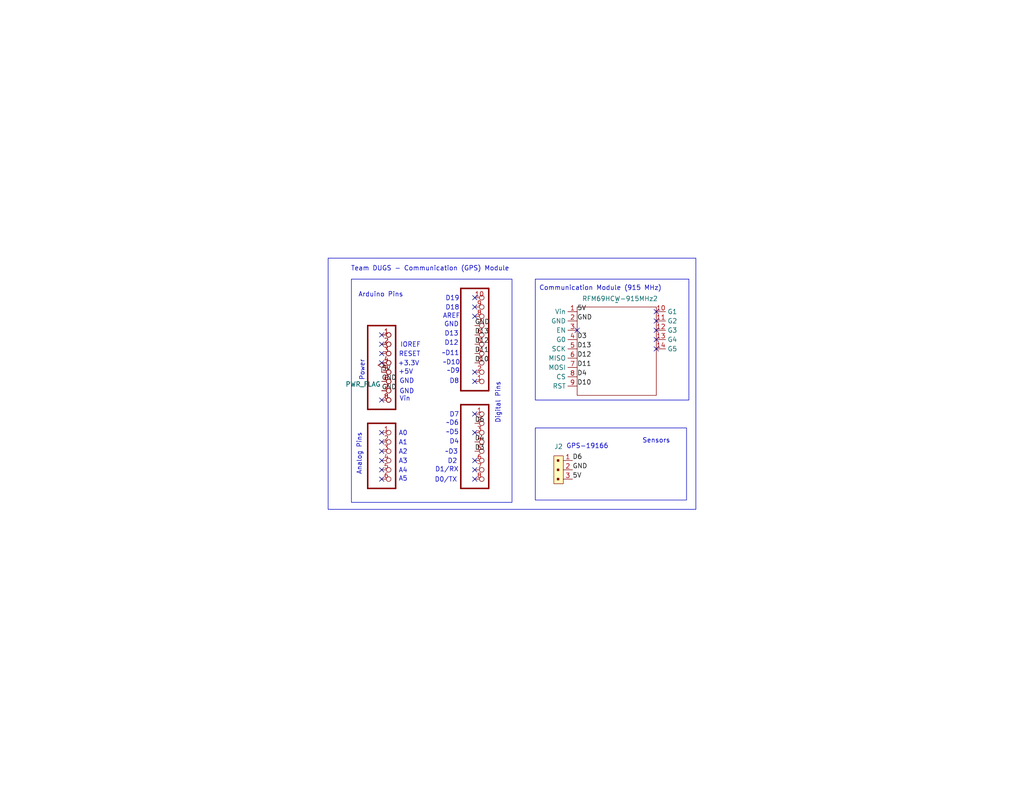
<source format=kicad_sch>
(kicad_sch (version 20231120) (generator "eeschema") (generator_version "8.0")
  (paper "USLetter")
  (title_block (title "Communication (GPS) Node") (date "2024-11-28") (rev "Version 1") (company "DUGS - Ian Coner"))
  (lib_symbols
    (symbol "LoraLib:RFMHCW_Full"
      (property "Reference" "RFM69HCW-915MHz2" (at 14.224 4.826 0))
      (property "Value" "~" (at 13.335 3.81 0))
      (symbol "RFMHCW_Full_0_1"
        (rectangle (start 2.54 2.54) (end 24.13 -21.59))
      )
      (symbol "RFMHCW_Full_1_1"
        (pin power_in line (at 2.54 1.27 180) (length 2.54) (name "Vin") (number "1"))
        (pin power_in line (at 24.13 1.27 0) (length 2.54) (name "G1") (number "10"))
        (pin power_in line (at 24.13 -1.27 0) (length 2.54) (name "G2") (number "11"))
        (pin power_in line (at 24.13 -3.81 0) (length 2.54) (name "G3") (number "12"))
        (pin power_in line (at 24.13 -6.35 0) (length 2.54) (name "G4") (number "13"))
        (pin power_in line (at 24.13 -8.89 0) (length 2.54) (name "G5") (number "14"))
        (pin power_out line (at 2.54 -1.27 180) (length 2.54) (name "GND") (number "2"))
        (pin bidirectional line (at 2.54 -3.81 180) (length 2.54) (name "EN") (number "3"))
        (pin bidirectional line (at 2.54 -6.35 180) (length 2.54) (name "G0") (number "4"))
        (pin input line (at 2.54 -8.89 180) (length 2.54) (name "SCK") (number "5"))
        (pin output line (at 2.54 -11.43 180) (length 2.54) (name "MISO") (number "6"))
        (pin input line (at 2.54 -13.97 180) (length 2.54) (name "MOSI") (number "7"))
        (pin bidirectional line (at 2.54 -16.51 180) (length 2.54) (name "CS") (number "8"))
        (pin bidirectional line (at 2.54 -19.05 180) (length 2.54) (name "RST") (number "9"))
      )
    )
    (symbol "ProtoShield_V4.0-eagle-import:PINHD-1X10TH"
      (property "Reference" "JP" (at -6.35 13.335 0))
      (symbol "PINHD-1X10TH_1_0"
        (polyline (pts (xy -6.35 -15.24) (xy 1.27 -15.24)) (stroke (width 0.4064)))
        (polyline (pts (xy -6.35 12.7) (xy -6.35 -15.24)) (stroke (width 0.4064)))
        (polyline (pts (xy 1.27 -15.24) (xy 1.27 12.7)) (stroke (width 0.4064)))
        (polyline (pts (xy 1.27 12.7) (xy -6.35 12.7)) (stroke (width 0.4064)))
        (pin passive inverted (at -2.54 10.16 0) (length 2.54) (name "1") (number "1"))
        (pin passive inverted (at -2.54 -12.7 0) (length 2.54) (name "10") (number "10"))
        (pin passive inverted (at -2.54 7.62 0) (length 2.54) (name "2") (number "2"))
        (pin passive inverted (at -2.54 5.08 0) (length 2.54) (name "3") (number "3"))
        (pin passive inverted (at -2.54 2.54 0) (length 2.54) (name "4") (number "4"))
        (pin passive inverted (at -2.54 0 0) (length 2.54) (name "5") (number "5"))
        (pin passive inverted (at -2.54 -2.54 0) (length 2.54) (name "6") (number "6"))
        (pin passive inverted (at -2.54 -5.08 0) (length 2.54) (name "7") (number "7"))
        (pin passive inverted (at -2.54 -7.62 0) (length 2.54) (name "8") (number "8"))
        (pin passive inverted (at -2.54 -10.16 0) (length 2.54) (name "9") (number "9"))
      )
    )
    (symbol "ProtoShield_V4.0-eagle-import:PINHD-1X6"
      (property "Reference" "JP" (at -6.35 10.795 0))
      (symbol "PINHD-1X6_1_0"
        (polyline (pts (xy -6.35 -7.62) (xy 1.27 -7.62)) (stroke (width 0.4064)))
        (polyline (pts (xy -6.35 10.16) (xy -6.35 -7.62)) (stroke (width 0.4064)))
        (polyline (pts (xy 1.27 -7.62) (xy 1.27 10.16)) (stroke (width 0.4064)))
        (polyline (pts (xy 1.27 10.16) (xy -6.35 10.16)) (stroke (width 0.4064)))
        (pin passive inverted (at -2.54 7.62 0) (length 2.54) (name "1") (number "1"))
        (pin passive inverted (at -2.54 5.08 0) (length 2.54) (name "2") (number "2"))
        (pin passive inverted (at -2.54 2.54 0) (length 2.54) (name "3") (number "3"))
        (pin passive inverted (at -2.54 0 0) (length 2.54) (name "4") (number "4"))
        (pin passive inverted (at -2.54 -2.54 0) (length 2.54) (name "5") (number "5"))
        (pin passive inverted (at -2.54 -5.08 0) (length 2.54) (name "6") (number "6"))
      )
    )
    (symbol "ProtoShield_V4.0-eagle-import:PINHD-1X8"
      (property "Reference" "JP" (at -6.35 13.335 0))
      (symbol "PINHD-1X8_1_0"
        (polyline (pts (xy -6.35 -10.16) (xy 1.27 -10.16)) (stroke (width 0.4064)))
        (polyline (pts (xy -6.35 12.7) (xy -6.35 -10.16)) (stroke (width 0.4064)))
        (polyline (pts (xy 1.27 -10.16) (xy 1.27 12.7)) (stroke (width 0.4064)))
        (polyline (pts (xy 1.27 12.7) (xy -6.35 12.7)) (stroke (width 0.4064)))
        (pin passive inverted (at -2.54 10.16 0) (length 2.54) (name "1") (number "1"))
        (pin passive inverted (at -2.54 7.62 0) (length 2.54) (name "2") (number "2"))
        (pin passive inverted (at -2.54 5.08 0) (length 2.54) (name "3") (number "3"))
        (pin passive inverted (at -2.54 2.54 0) (length 2.54) (name "4") (number "4"))
        (pin passive inverted (at -2.54 0 0) (length 2.54) (name "5") (number "5"))
        (pin passive inverted (at -2.54 -2.54 0) (length 2.54) (name "6") (number "6"))
        (pin passive inverted (at -2.54 -5.08 0) (length 2.54) (name "7") (number "7"))
        (pin passive inverted (at -2.54 -7.62 0) (length 2.54) (name "8") (number "8"))
      )
    )
    (symbol "ProtoShield_V4.0-eagle-import:PINHD-1X8TH"
      (property "Reference" "JP" (at -6.35 13.335 0))
      (symbol "PINHD-1X8TH_1_0"
        (polyline (pts (xy -6.35 -10.16) (xy 1.27 -10.16)) (stroke (width 0.4064)))
        (polyline (pts (xy -6.35 12.7) (xy -6.35 -10.16)) (stroke (width 0.4064)))
        (polyline (pts (xy 1.27 -10.16) (xy 1.27 12.7)) (stroke (width 0.4064)))
        (polyline (pts (xy 1.27 12.7) (xy -6.35 12.7)) (stroke (width 0.4064)))
        (pin passive inverted (at -2.54 10.16 0) (length 2.54) (name "1") (number "1"))
        (pin passive inverted (at -2.54 7.62 0) (length 2.54) (name "2") (number "2"))
        (pin passive inverted (at -2.54 5.08 0) (length 2.54) (name "3") (number "3"))
        (pin passive inverted (at -2.54 2.54 0) (length 2.54) (name "4") (number "4"))
        (pin passive inverted (at -2.54 0 0) (length 2.54) (name "5") (number "5"))
        (pin passive inverted (at -2.54 -2.54 0) (length 2.54) (name "6") (number "6"))
        (pin passive inverted (at -2.54 -5.08 0) (length 2.54) (name "7") (number "7"))
        (pin passive inverted (at -2.54 -7.62 0) (length 2.54) (name "8") (number "8"))
      )
    )
    (symbol "dk_Rectangular-Connectors-Headers-Male-Pins:61300311121" (pin_names (offset 1.016))
      (property "Reference" "J" (at -5.08 2.54 0))
      (property "Value" "61300311121" (at 2.54 -2.54 0))
      (symbol "61300311121_1_1"
        (rectangle (start -1.27 1.27) (end 6.35 -1.27) (fill (type background)))
        (rectangle (start -0.254 0.127) (end 0.254 -0.381) (fill (type outline)))
        (rectangle (start 2.286 0.127) (end 2.794 -0.381) (fill (type outline)))
        (rectangle (start 4.826 0.127) (end 5.334 -0.381) (fill (type outline)))
        (pin passive line (at 0 3.81 270) (length 2.54) (name "~") (number "1"))
        (pin passive line (at 2.54 3.81 270) (length 2.54) (name "~") (number "2"))
        (pin passive line (at 5.08 3.81 270) (length 2.54) (name "~") (number "3"))
      )
    )
    (symbol "power:PWR_FLAG" (power) (pin_numbers hide) (pin_names (offset 0) hide)
      (property "Value" "PWR_FLAG" (at 0 3.81 0))
      (symbol "PWR_FLAG_0_0"
        (pin power_out line (at 0 0 90) (length 0) (name "~") (number "1"))
      )
      (symbol "PWR_FLAG_0_1"
        (polyline (pts (xy 0 0) (xy 0 1.27) (xy -1.016 1.905) (xy 0 2.54) (xy 1.016 1.905) (xy 0 1.27)))
      )
    )
  )
  (no_connect (at 104.14 120.65))
  (no_connect (at 129.54 81.28))
  (no_connect (at 104.14 123.19))
  (no_connect (at 129.54 104.14))
  (no_connect (at 129.54 130.81))
  (no_connect (at 179.07 87.63))
  (no_connect (at 129.54 83.82))
  (no_connect (at 129.54 101.6))
  (no_connect (at 129.54 86.36))
  (no_connect (at 104.14 130.81))
  (no_connect (at 129.54 125.73))
  (no_connect (at 179.07 95.25))
  (no_connect (at 179.07 85.09))
  (no_connect (at 129.54 118.11))
  (no_connect (at 129.54 128.27))
  (no_connect (at 104.14 128.27))
  (no_connect (at 104.14 99.06))
  (no_connect (at 104.14 125.73))
  (no_connect (at 104.14 96.52))
  (no_connect (at 179.07 92.71))
  (no_connect (at 157.48 90.17))
  (no_connect (at 104.14 93.98))
  (no_connect (at 129.54 113.03))
  (no_connect (at 104.14 91.44))
  (no_connect (at 179.07 90.17))
  (no_connect (at 104.14 118.11))
  (no_connect (at 104.14 109.22))
  (rectangle (start 146.05 116.84) (end 187.325 136.525))
  (rectangle (start 95.885 76.2) (end 139.7 137.16))
  (rectangle (start 89.535 70.485) (end 189.865 139.065))
  (rectangle (start 146.05 76.2) (end 187.96 109.22))
  (text "D18" (at 123.444 84.074 0) (effects (font (size 1.27 1.27))))
  (text "~D10" (at 123.19 99.06 0) (effects (font (size 1.27 1.27))))
  (text "GPS-19166" (at 160.274 121.92 0) (effects (font (size 1.27 1.27))))
  (text "~D11" (at 122.936 96.52 0) (effects (font (size 1.27 1.27))))
  (text "+5V" (at 110.744 101.6 0) (effects (font (size 1.27 1.27))))
  (text "A5" (at 109.982 130.81 0) (effects (font (size 1.27 1.27))))
  (text "Power" (at 98.806 101.092 90) (effects (font (size 1.27 1.27))))
  (text "D4" (at 123.952 120.65 0) (effects (font (size 1.27 1.27))))
  (text "GND" (at 110.998 104.14 0) (effects (font (size 1.27 1.27))))
  (text "A0" (at 109.982 118.364 0) (effects (font (size 1.27 1.27))))
  (text "A4" (at 109.982 128.524 0) (effects (font (size 1.27 1.27))))
  (text "Arduino Pins" (at 103.886 80.518 0) (effects (font (size 1.27 1.27))))
  (text "D1/RX" (at 121.92 128.27 0) (effects (font (size 1.27 1.27))))
  (text "A2" (at 109.982 123.444 0) (effects (font (size 1.27 1.27))))
  (text "+3.3V" (at 111.506 99.314 0) (effects (font (size 1.27 1.27))))
  (text "~D5" (at 123.444 118.11 0) (effects (font (size 1.27 1.27))))
  (text "GND" (at 123.19 88.646 0) (effects (font (size 1.27 1.27))))
  (text "Digital Pins" (at 135.89 109.982 90) (effects (font (size 1.27 1.27))))
  (text "~D6" (at 123.444 115.57 0) (effects (font (size 1.27 1.27))))
  (text "RESET" (at 111.76 96.774 0) (effects (font (size 1.27 1.27))))
  (text "GND" (at 110.998 106.934 0) (effects (font (size 1.27 1.27))))
  (text "AREF" (at 123.19 86.36 0) (effects (font (size 1.27 1.27))))
  (text "Analog Pins" (at 98.044 123.952 90) (effects (font (size 1.27 1.27))))
  (text "D2" (at 123.444 125.984 0) (effects (font (size 1.27 1.27))))
  (text "Team DUGS - Communication (GPS) Module" (at 117.348 73.406 0) (effects (font (size 1.27 1.27))))
  (text "A3" (at 109.982 125.984 0) (effects (font (size 1.27 1.27))))
  (text "Sensors" (at 179.07 120.396 0) (effects (font (size 1.27 1.27))))
  (text "IOREF" (at 112.014 94.234 0) (effects (font (size 1.27 1.27))))
  (text "~D9" (at 123.698 101.346 0) (effects (font (size 1.27 1.27))))
  (text "D12" (at 123.19 93.726 0) (effects (font (size 1.27 1.27))))
  (text "A1" (at 109.982 120.904 0) (effects (font (size 1.27 1.27))))
  (text "Vin" (at 110.49 108.966 0) (effects (font (size 1.27 1.27))))
  (text "D0/TX" (at 121.666 131.064 0) (effects (font (size 1.27 1.27))))
  (text "~D3" (at 123.19 123.444 0) (effects (font (size 1.27 1.27))))
  (text "Communication Module (915 MHz)" (at 163.83 78.74 0) (effects (font (size 1.27 1.27))))
  (text "D13" (at 123.19 91.186 0) (effects (font (size 1.27 1.27))))
  (text "D7" (at 123.952 113.284 0) (effects (font (size 1.27 1.27))))
  (text "D19" (at 123.444 81.534 0) (effects (font (size 1.27 1.27))))
  (text "D8" (at 123.952 104.14 0) (effects (font (size 1.27 1.27))))
  (label "5V" (at 104.14 101.6 0))
  (label "GND" (at 104.14 104.14 0))
  (label "D3" (at 157.48 92.71 0))
  (label "D11" (at 157.48 100.33 0))
  (label "D10" (at 129.54 99.06 0))
  (label "D13" (at 129.54 91.44 0))
  (label "D4" (at 157.48 102.87 0))
  (label "D3" (at 129.54 123.19 0))
  (label "D6" (at 129.54 115.57 0))
  (label "GND" (at 104.14 106.68 0))
  (label "D4" (at 129.54 120.65 0))
  (label "GND" (at 156.21 128.27 0))
  (label "D11" (at 129.54 96.52 0))
  (label "D12" (at 157.48 97.79 0))
  (label "D13" (at 157.48 95.25 0))
  (label "5V" (at 156.21 130.81 0))
  (label "D6" (at 156.21 125.73 0))
  (label "D12" (at 129.54 93.98 0))
  (label "GND" (at 157.48 87.63 0))
  (label "GND" (at 129.54 88.9 0))
  (label "5V" (at 157.48 85.09 0))
  (label "D10" (at 157.48 105.41 0))
  (symbol (lib_id "ProtoShield_V4.0-eagle-import:PINHD-1X10TH") (at 132.08 93.98 0) (mirror x) (unit 1)
    (property "Reference" "DIGITAL-H2" (effects (hide yes)))
    (property "Value" "Digital_Top" (effects (hide yes)))
    (property "Footprint" "Library:DIGITAL_TOP_PINS" (effects (hide yes)))
    (property "OC_FARNELL" "unknown" (effects (hide yes)))
  )
  (symbol (lib_id "LoraLib:RFMHCW_Full") (at 154.94 86.36 0) (unit 1)
    (property "Reference" "RFM69HCW-915MHz2" (at 169.164 81.534 0))
    (property "Value" "~" (at 168.275 82.55 0))
    (property "Footprint" "FINAL_FOOTPRINTS:RF69_MODULE" (effects (hide yes)))
  )
  (symbol (lib_id "ProtoShield_V4.0-eagle-import:PINHD-1X8TH") (at 106.68 101.6 0) (unit 1)
    (property "Reference" "POWER2" (effects (hide yes)))
    (property "Value" "Power_Pins" (effects (hide yes)))
    (property "Footprint" "Library:POWER_PINS" (effects (hide yes)))
    (property "OC_FARNELL" "unknown" (effects (hide yes)))
  )
  (symbol (lib_id "ProtoShield_V4.0-eagle-import:PINHD-1X8") (at 132.08 123.19 0) (unit 1)
    (property "Reference" "DIGITAL-L2" (effects (hide yes)))
    (property "Value" "Digital_Bottom" (effects (hide yes)))
    (property "Footprint" "Library:DIGITAL_BOTTOM" (effects (hide yes)))
    (property "MF" "EPCOS" (effects (hide yes)))
    (property "MPN" "B67345B0001X087" (effects (hide yes)))
    (property "OC_FARNELL" "2355112" (effects (hide yes)))
  )
  (symbol (lib_id "power:PWR_FLAG") (at 104.14 101.6 0) (unit 1)
    (property "Reference" "#FLG01" (effects (hide yes)))
    (property "Value" "PWR_FLAG" (at 99.06 104.902 0))
    (property "Description" "Special symbol for telling ERC where power comes from" (effects (hide yes)))
  )
  (symbol (lib_id "dk_Rectangular-Connectors-Headers-Male-Pins:61300311121") (at 152.4 125.73 270) (unit 1)
    (property "Reference" "J2" (at 152.4 121.92 90))
    (property "Value" "61300311121" (effects (hide yes)))
    (property "Footprint" "FINAL_FOOTPRINTS:JST_S3B-PH-K-S_LF__SN_" (effects (hide yes)))
    (property "Datasheet" "https://katalog.we-online.de/em/datasheet/6130xx11121.pdf" (effects (hide yes)))
    (property "Description" "CONN HEADER VERT 3POS 2.54MM" (effects (hide yes)))
    (property "Digi-Key_PN" "732-5316-ND" (effects (hide yes)))
    (property "MPN" "61300311121" (effects (hide yes)))
    (property "Category" "Connectors, Interconnects" (effects (hide yes)))
    (property "Family" "Rectangular Connectors - Headers, Male Pins" (effects (hide yes)))
    (property "DK_Datasheet_Link" "https://katalog.we-online.de/em/datasheet/6130xx11121.pdf" (effects (hide yes)))
    (property "DK_Detail_Page" "/product-detail/en/wurth-electronics-inc/61300311121/732-5316-ND/4846825" (effects (hide yes)))
    (property "Description_1" "CONN HEADER VERT 3POS 2.54MM" (effects (hide yes)))
    (property "Manufacturer" "Wurth Electronics Inc." (effects (hide yes)))
    (property "Status" "Active" (effects (hide yes)))
  )
  (symbol (lib_id "ProtoShield_V4.0-eagle-import:PINHD-1X6") (at 106.68 125.73 0) (unit 1)
    (property "Reference" "ANALOG-2" (effects (hide yes)))
    (property "Value" "Analong Pins" (effects (hide yes)))
    (property "Footprint" "Library:ANALOG_PINS" (effects (hide yes)))
    (property "OC_FARNELL" "unknown" (effects (hide yes)))
  )
)
</source>
